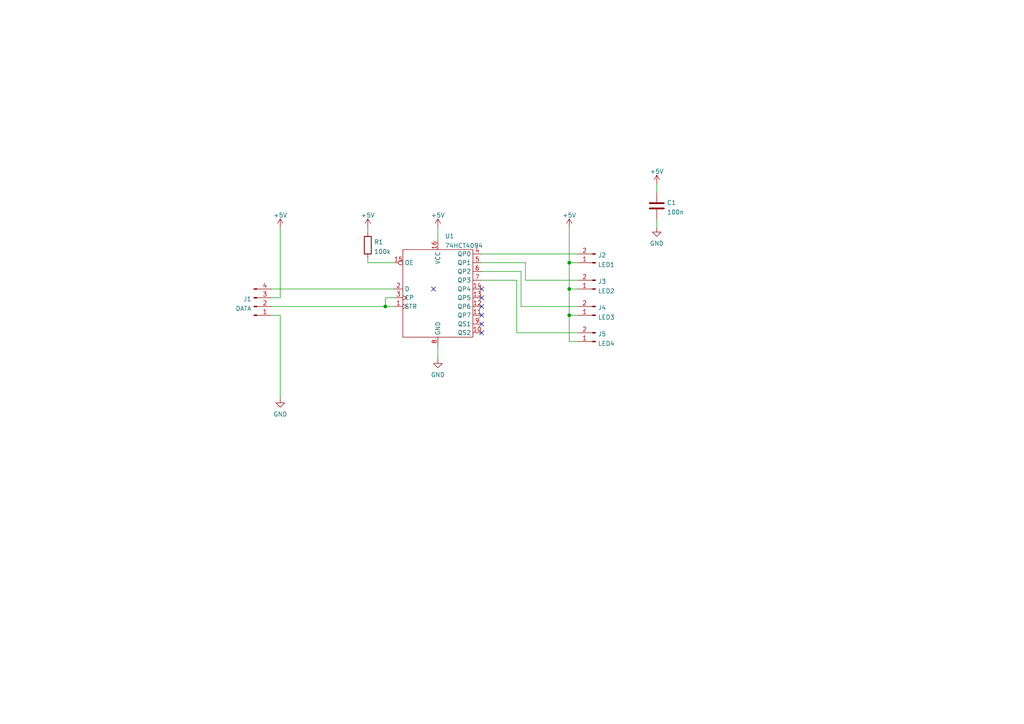
<source format=kicad_sch>
(kicad_sch (version 20211123) (generator eeschema)
  (paper "A4")
  (lib_symbols
    (symbol "4094:74HCT4094"
      (property "Reference" "U" (at 0 0 0))
      (property "Value" "74HCT4094" (at 0 -2.54 0))
      (symbol "74HCT4094_0_1"
        (rectangle (start 10.16 10.16) (end -10.16 -15.24) (stroke (width 0.1524)))
      )
      (symbol "74HCT4094_1_1"
        (pin input clock (at -12.7 -6.35 0) (length 2.54) (name "STR") (number "1"))
        (pin output line (at 12.7 -13.97 180) (length 2.54) (name "QS2") (number "10"))
        (pin output line (at 12.7 -8.89 180) (length 2.54) (name "QP7") (number "11"))
        (pin output line (at 12.7 -6.35 180) (length 2.54) (name "QP6") (number "12"))
        (pin output line (at 12.7 -3.81 180) (length 2.54) (name "QP5") (number "13"))
        (pin output line (at 12.7 -1.27 180) (length 2.54) (name "QP4") (number "14"))
        (pin input inverted (at -12.7 6.35 0) (length 2.54) (name "OE") (number "15"))
        (pin power_in line (at 0 12.7 270) (length 2.54) (name "VCC") (number "16"))
        (pin input line (at -12.7 -1.27 0) (length 2.54) (name "D") (number "2"))
        (pin input clock (at -12.7 -3.81 0) (length 2.54) (name "CP") (number "3"))
        (pin output line (at 12.7 8.89 180) (length 2.54) (name "QP0") (number "4"))
        (pin output line (at 12.7 6.35 180) (length 2.54) (name "QP1") (number "5"))
        (pin output line (at 12.7 3.81 180) (length 2.54) (name "QP2") (number "6"))
        (pin output line (at 12.7 1.27 180) (length 2.54) (name "QP3") (number "7"))
        (pin power_in line (at 0 -17.78 90) (length 2.54) (name "GND") (number "8"))
        (pin output line (at 12.7 -11.43 180) (length 2.54) (name "QS1") (number "9"))
      )
    )
    (symbol "Connector:Conn_01x02_Male" (pin_names (offset 1.016) hide)
      (property "Reference" "J" (at 0 2.54 0))
      (property "Value" "Conn_01x02_Male" (at 0 -5.08 0))
      (symbol "Conn_01x02_Male_1_1"
        (polyline (pts (xy 1.27 -2.54) (xy 0.8636 -2.54)) (stroke (width 0.1524)))
        (polyline (pts (xy 1.27 0) (xy 0.8636 0)) (stroke (width 0.1524)))
        (rectangle (start 0.8636 -2.413) (end 0 -2.667) (stroke (width 0.1524)) (fill (type outline)))
        (rectangle (start 0.8636 0.127) (end 0 -0.127) (stroke (width 0.1524)) (fill (type outline)))
        (pin passive line (at 5.08 0 180) (length 3.81) (name "Pin_1") (number "1"))
        (pin passive line (at 5.08 -2.54 180) (length 3.81) (name "Pin_2") (number "2"))
      )
    )
    (symbol "Connector:Conn_01x04_Male" (pin_names (offset 1.016) hide)
      (property "Reference" "J" (at 0 5.08 0))
      (property "Value" "Conn_01x04_Male" (at 0 -7.62 0))
      (symbol "Conn_01x04_Male_1_1"
        (polyline (pts (xy 1.27 -5.08) (xy 0.8636 -5.08)) (stroke (width 0.1524)))
        (polyline (pts (xy 1.27 -2.54) (xy 0.8636 -2.54)) (stroke (width 0.1524)))
        (polyline (pts (xy 1.27 0) (xy 0.8636 0)) (stroke (width 0.1524)))
        (polyline (pts (xy 1.27 2.54) (xy 0.8636 2.54)) (stroke (width 0.1524)))
        (rectangle (start 0.8636 -4.953) (end 0 -5.207) (stroke (width 0.1524)) (fill (type outline)))
        (rectangle (start 0.8636 -2.413) (end 0 -2.667) (stroke (width 0.1524)) (fill (type outline)))
        (rectangle (start 0.8636 0.127) (end 0 -0.127) (stroke (width 0.1524)) (fill (type outline)))
        (rectangle (start 0.8636 2.667) (end 0 2.413) (stroke (width 0.1524)) (fill (type outline)))
        (pin passive line (at 5.08 2.54 180) (length 3.81) (name "Pin_1") (number "1"))
        (pin passive line (at 5.08 0 180) (length 3.81) (name "Pin_2") (number "2"))
        (pin passive line (at 5.08 -2.54 180) (length 3.81) (name "Pin_3") (number "3"))
        (pin passive line (at 5.08 -5.08 180) (length 3.81) (name "Pin_4") (number "4"))
      )
    )
    (symbol "Device:C" (pin_numbers hide) (pin_names (offset 0.254))
      (property "Reference" "C" (at 0.635 2.54 0))
      (property "Value" "C" (at 0.635 -2.54 0))
      (symbol "C_0_1"
        (polyline (pts (xy -2.032 -0.762) (xy 2.032 -0.762)) (stroke (width 0.508)))
        (polyline (pts (xy -2.032 0.762) (xy 2.032 0.762)) (stroke (width 0.508)))
      )
      (symbol "C_1_1"
        (pin passive line (at 0 3.81 270) (length 2.794) (name "~") (number "1"))
        (pin passive line (at 0 -3.81 90) (length 2.794) (name "~") (number "2"))
      )
    )
    (symbol "Device:R" (pin_numbers hide) (pin_names (offset 0))
      (property "Reference" "R" (at 2.032 0 90))
      (property "Value" "R" (at 0 0 90))
      (symbol "R_0_1"
        (rectangle (start -1.016 -2.54) (end 1.016 2.54) (stroke (width 0.254)))
      )
      (symbol "R_1_1"
        (pin passive line (at 0 3.81 270) (length 1.27) (name "~") (number "1"))
        (pin passive line (at 0 -3.81 90) (length 1.27) (name "~") (number "2"))
      )
    )
    (symbol "power:+5V" (power) (pin_names (offset 0))
      (property "Value" "+5V" (at 0 3.556 0))
      (symbol "+5V_0_1"
        (polyline (pts (xy -0.762 1.27) (xy 0 2.54)))
        (polyline (pts (xy 0 0) (xy 0 2.54)))
        (polyline (pts (xy 0 2.54) (xy 0.762 1.27)))
      )
      (symbol "+5V_1_1"
        (pin power_in line (at 0 0 90) (length 0) hide (name "+5V") (number "1"))
      )
    )
    (symbol "power:GND" (power) (pin_names (offset 0))
      (property "Value" "GND" (at 0 -3.81 0))
      (symbol "GND_0_1"
        (polyline (pts (xy 0 0) (xy 0 -1.27) (xy 1.27 -1.27) (xy 0 -2.54) (xy -1.27 -1.27) (xy 0 -1.27)))
      )
      (symbol "GND_1_1"
        (pin power_in line (at 0 0 270) (length 0) hide (name "GND") (number "1"))
      )
    )
  )
  (junction (at 111.76 88.9))
  (junction (at 165.1 91.44))
  (junction (at 165.1 76.2))
  (junction (at 165.1 83.82))
  (no_connect (at 125.73 83.82))
  (no_connect (at 139.7 93.98))
  (no_connect (at 139.7 96.52))
  (no_connect (at 139.7 91.44))
  (no_connect (at 139.7 88.9))
  (no_connect (at 139.7 83.82))
  (no_connect (at 139.7 86.36))
  (wire (pts (xy 152.4 76.2) (xy 152.4 81.28)))
  (wire (pts (xy 152.4 81.28) (xy 167.64 81.28)))
  (wire (pts (xy 111.76 88.9) (xy 114.3 88.9)))
  (wire (pts (xy 127 66.04) (xy 127 69.85)))
  (wire (pts (xy 165.1 66.04) (xy 165.1 76.2)))
  (wire (pts (xy 139.7 76.2) (xy 152.4 76.2)))
  (wire (pts (xy 81.28 91.44) (xy 81.28 115.57)))
  (wire (pts (xy 139.7 81.28) (xy 149.86 81.28)))
  (wire (pts (xy 167.64 88.9) (xy 151.13 88.9)))
  (wire (pts (xy 78.74 91.44) (xy 81.28 91.44)))
  (wire (pts (xy 165.1 91.44) (xy 165.1 99.06)))
  (wire (pts (xy 165.1 83.82) (xy 165.1 91.44)))
  (wire (pts (xy 167.64 83.82) (xy 165.1 83.82)))
  (wire (pts (xy 114.3 76.2) (xy 106.68 76.2)))
  (wire (pts (xy 78.74 86.36) (xy 81.28 86.36)))
  (wire (pts (xy 114.3 86.36) (xy 111.76 86.36)))
  (wire (pts (xy 106.68 76.2) (xy 106.68 74.93)))
  (wire (pts (xy 106.68 66.04) (xy 106.68 67.31)))
  (wire (pts (xy 167.64 76.2) (xy 165.1 76.2)))
  (wire (pts (xy 78.74 88.9) (xy 111.76 88.9)))
  (wire (pts (xy 190.5 63.5) (xy 190.5 66.04)))
  (wire (pts (xy 165.1 91.44) (xy 167.64 91.44)))
  (wire (pts (xy 149.86 81.28) (xy 149.86 96.52)))
  (wire (pts (xy 111.76 86.36) (xy 111.76 88.9)))
  (wire (pts (xy 78.74 83.82) (xy 114.3 83.82)))
  (wire (pts (xy 81.28 86.36) (xy 81.28 66.04)))
  (wire (pts (xy 139.7 73.66) (xy 167.64 73.66)))
  (wire (pts (xy 149.86 96.52) (xy 167.64 96.52)))
  (wire (pts (xy 165.1 99.06) (xy 167.64 99.06)))
  (wire (pts (xy 151.13 78.74) (xy 139.7 78.74)))
  (wire (pts (xy 127 100.33) (xy 127 104.14)))
  (wire (pts (xy 151.13 88.9) (xy 151.13 78.74)))
  (wire (pts (xy 165.1 83.82) (xy 165.1 76.2)))
  (wire (pts (xy 190.5 53.34) (xy 190.5 55.88)))
  (symbol (lib_id "power:GND") (at 81.28 115.57 0) (unit 1)
    (property "Reference" "#PWR02" (effects hide))
    (property "Value" "GND" (at 81.28 120.1325 0))
  )
  (symbol (lib_id "power:GND") (at 190.5 66.04 0) (unit 1)
    (property "Reference" "#PWR08" (effects hide))
    (property "Value" "GND" (at 190.5 70.6025 0))
  )
  (symbol (lib_id "Connector:Conn_01x02_Male") (at 172.72 83.82 180) (unit 1)
    (property "Reference" "J3" (at 173.4312 81.6415 0) (effects (justify right)))
    (property "Value" "LED2" (at 173.4312 84.4166 0) (effects (justify right)))
    (property "Footprint" "Connector_Molex:Molex_KK-254_AE-6410-02A_1x02_P2.54mm_Vertical" (effects hide))
    (property "Reichelt" "MOLEX 22232021" (effects hide))
  )
  (symbol (lib_id "Connector:Conn_01x02_Male") (at 172.72 91.44 180) (unit 1)
    (property "Reference" "J4" (at 173.4312 89.2615 0) (effects (justify right)))
    (property "Value" "LED3" (at 173.4312 92.0366 0) (effects (justify right)))
    (property "Footprint" "Connector_Molex:Molex_KK-254_AE-6410-02A_1x02_P2.54mm_Vertical" (effects hide))
    (property "Reichelt" "MOLEX 22232021" (effects hide))
  )
  (symbol (lib_id "power:GND") (at 127 104.14 0) (unit 1)
    (property "Reference" "#PWR05" (effects hide))
    (property "Value" "GND" (at 127 108.7025 0))
  )
  (symbol (lib_id "Device:C") (at 190.5 59.69 0) (unit 1)
    (property "Reference" "C1" (at 193.421 58.7815 0) (effects (justify left)))
    (property "Value" "100n" (at 193.421 61.5566 0) (effects (justify left)))
    (property "Footprint" "Capacitor_THT:C_Disc_D3.0mm_W1.6mm_P2.50mm" (effects hide))
  )
  (symbol (lib_id "Connector:Conn_01x04_Male") (at 73.66 88.9 0) (mirror x) (unit 1)
    (property "Reference" "J1" (at 72.9488 86.7215 0) (effects (justify right)))
    (property "Value" "DATA" (at 72.9488 89.4966 0) (effects (justify right)))
    (property "Footprint" "Connector_Molex:Molex_KK-254_AE-6410-04A_1x04_P2.54mm_Vertical" (effects hide))
  )
  (symbol (lib_id "Device:R") (at 106.68 71.12 0) (unit 1)
    (property "Reference" "R1" (at 108.458 70.2115 0) (effects (justify left)))
    (property "Value" "100k" (at 108.458 72.9866 0) (effects (justify left)))
    (property "Footprint" "Resistor_THT:R_Axial_DIN0204_L3.6mm_D1.6mm_P7.62mm_Horizontal" (effects hide))
  )
  (symbol (lib_id "power:+5V") (at 81.28 66.04 0) (unit 1)
    (property "Reference" "#PWR01" (effects hide))
    (property "Value" "+5V" (at 81.28 62.4355 0))
  )
  (symbol (lib_id "power:+5V") (at 106.68 66.04 0) (unit 1)
    (property "Reference" "#PWR03" (effects hide))
    (property "Value" "+5V" (at 106.68 62.4355 0))
  )
  (symbol (lib_id "Connector:Conn_01x02_Male") (at 172.72 99.06 180) (unit 1)
    (property "Reference" "J5" (at 173.4312 96.8815 0) (effects (justify right)))
    (property "Value" "LED4" (at 173.4312 99.6566 0) (effects (justify right)))
    (property "Footprint" "Connector_Molex:Molex_KK-254_AE-6410-02A_1x02_P2.54mm_Vertical" (effects hide))
    (property "Reichelt" "MOLEX 22232021" (effects hide))
  )
  (symbol (lib_id "power:+5V") (at 127 66.04 0) (unit 1)
    (property "Reference" "#PWR04" (effects hide))
    (property "Value" "+5V" (at 127 62.4355 0))
  )
  (symbol (lib_id "4094:74HCT4094") (at 127 82.55 0) (unit 1)
    (property "Reference" "U1" (at 129.0194 68.4743 0) (effects (justify left)))
    (property "Value" "74HCT4094" (at 129.0194 71.2494 0) (effects (justify left)))
    (property "Footprint" "Package_DIP:DIP-16_W7.62mm_LongPads" (effects hide))
  )
  (symbol (lib_id "power:+5V") (at 165.1 66.04 0) (unit 1)
    (property "Reference" "#PWR06" (effects hide))
    (property "Value" "+5V" (at 165.1 62.4355 0))
  )
  (symbol (lib_id "power:+5V") (at 190.5 53.34 0) (unit 1)
    (property "Reference" "#PWR07" (effects hide))
    (property "Value" "+5V" (at 190.5 49.7355 0))
  )
  (symbol (lib_id "Connector:Conn_01x02_Male") (at 172.72 76.2 180) (unit 1)
    (property "Reference" "J2" (at 173.4312 74.0215 0) (effects (justify right)))
    (property "Value" "LED1" (at 173.4312 76.7966 0) (effects (justify right)))
    (property "Footprint" "Connector_Molex:Molex_KK-254_AE-6410-02A_1x02_P2.54mm_Vertical" (effects hide))
    (property "Reichelt" "MOLEX 22232021" (effects hide))
  )
)
</source>
